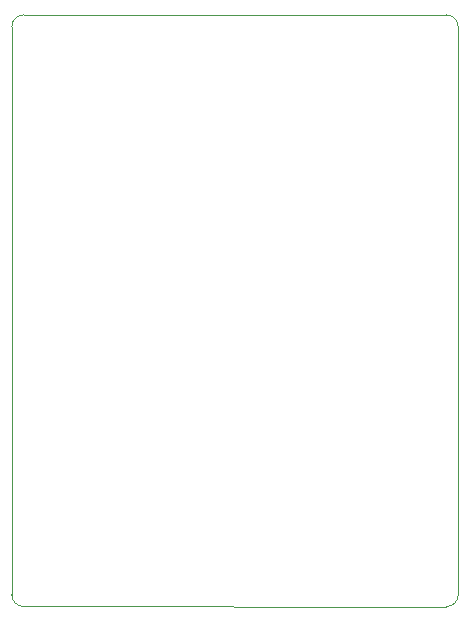
<source format=gbr>
%TF.GenerationSoftware,KiCad,Pcbnew,(5.99.0-9526-g5c17ff0595)*%
%TF.CreationDate,2021-04-11T17:42:11-05:00*%
%TF.ProjectId,DualingDev-ESP32,4475616c-696e-4674-9465-762d45535033,rev?*%
%TF.SameCoordinates,Original*%
%TF.FileFunction,Profile,NP*%
%FSLAX46Y46*%
G04 Gerber Fmt 4.6, Leading zero omitted, Abs format (unit mm)*
G04 Created by KiCad (PCBNEW (5.99.0-9526-g5c17ff0595)) date 2021-04-11 17:42:11*
%MOMM*%
%LPD*%
G01*
G04 APERTURE LIST*
%TA.AperFunction,Profile*%
%ADD10C,0.100000*%
%TD*%
G04 APERTURE END LIST*
D10*
X148900000Y-52900000D02*
X113107107Y-52900000D01*
X149900000Y-102000000D02*
G75*
G02*
X148900000Y-103000000I-1000000J0D01*
G01*
X149900000Y-102000000D02*
X149900000Y-53900000D01*
X148900000Y-52900000D02*
G75*
G02*
X149900000Y-53900000I0J-1000000D01*
G01*
X112107107Y-53900000D02*
X112107107Y-101992893D01*
X112107107Y-53900000D02*
G75*
G02*
X113107107Y-52900000I1000000J0D01*
G01*
X113107107Y-102992893D02*
G75*
G02*
X112107107Y-101992893I0J1000000D01*
G01*
X113107107Y-102992893D02*
X148900000Y-103000000D01*
M02*

</source>
